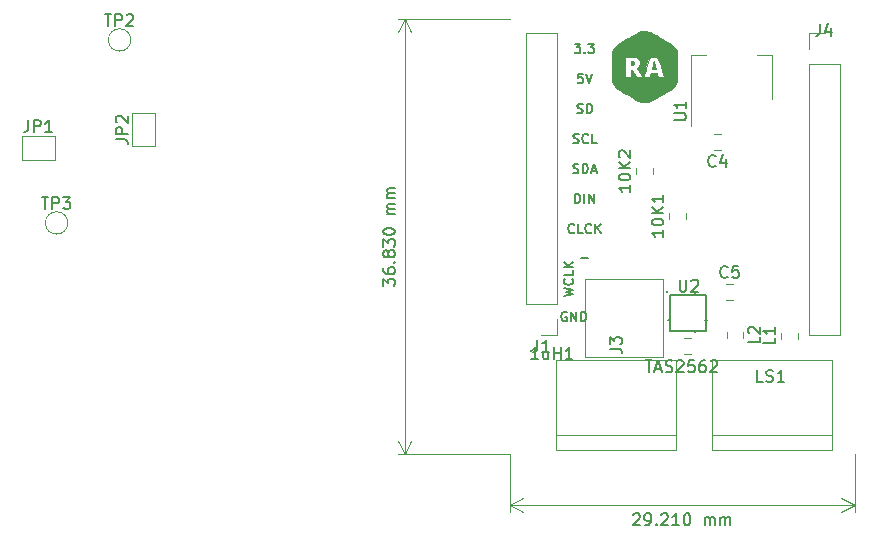
<source format=gbr>
G04 #@! TF.GenerationSoftware,KiCad,Pcbnew,5.1.1-8be2ce7~80~ubuntu18.10.1*
G04 #@! TF.CreationDate,2019-05-27T00:45:37+08:00*
G04 #@! TF.ProjectId,tas2562_dev_pcb,74617332-3536-4325-9f64-65765f706362,rev?*
G04 #@! TF.SameCoordinates,Original*
G04 #@! TF.FileFunction,Legend,Top*
G04 #@! TF.FilePolarity,Positive*
%FSLAX46Y46*%
G04 Gerber Fmt 4.6, Leading zero omitted, Abs format (unit mm)*
G04 Created by KiCad (PCBNEW 5.1.1-8be2ce7~80~ubuntu18.10.1) date 2019-05-27 00:45:37*
%MOMM*%
%LPD*%
G04 APERTURE LIST*
%ADD10C,0.200000*%
%ADD11C,0.150000*%
%ADD12C,0.120000*%
%ADD13C,0.010000*%
%ADD14C,0.152400*%
G04 APERTURE END LIST*
D10*
X152958761Y-97986857D02*
X152349238Y-97986857D01*
X151815904Y-79825904D02*
X152311142Y-79825904D01*
X152044476Y-80130666D01*
X152158761Y-80130666D01*
X152234952Y-80168761D01*
X152273047Y-80206857D01*
X152311142Y-80283047D01*
X152311142Y-80473523D01*
X152273047Y-80549714D01*
X152234952Y-80587809D01*
X152158761Y-80625904D01*
X151930190Y-80625904D01*
X151854000Y-80587809D01*
X151815904Y-80549714D01*
X152654000Y-80549714D02*
X152692095Y-80587809D01*
X152654000Y-80625904D01*
X152615904Y-80587809D01*
X152654000Y-80549714D01*
X152654000Y-80625904D01*
X152958761Y-79825904D02*
X153454000Y-79825904D01*
X153187333Y-80130666D01*
X153301619Y-80130666D01*
X153377809Y-80168761D01*
X153415904Y-80206857D01*
X153454000Y-80283047D01*
X153454000Y-80473523D01*
X153415904Y-80549714D01*
X153377809Y-80587809D01*
X153301619Y-80625904D01*
X153073047Y-80625904D01*
X152996857Y-80587809D01*
X152958761Y-80549714D01*
X152501619Y-82365904D02*
X152120666Y-82365904D01*
X152082571Y-82746857D01*
X152120666Y-82708761D01*
X152196857Y-82670666D01*
X152387333Y-82670666D01*
X152463523Y-82708761D01*
X152501619Y-82746857D01*
X152539714Y-82823047D01*
X152539714Y-83013523D01*
X152501619Y-83089714D01*
X152463523Y-83127809D01*
X152387333Y-83165904D01*
X152196857Y-83165904D01*
X152120666Y-83127809D01*
X152082571Y-83089714D01*
X152768285Y-82365904D02*
X153034952Y-83165904D01*
X153301619Y-82365904D01*
X152025428Y-85667809D02*
X152139714Y-85705904D01*
X152330190Y-85705904D01*
X152406380Y-85667809D01*
X152444476Y-85629714D01*
X152482571Y-85553523D01*
X152482571Y-85477333D01*
X152444476Y-85401142D01*
X152406380Y-85363047D01*
X152330190Y-85324952D01*
X152177809Y-85286857D01*
X152101619Y-85248761D01*
X152063523Y-85210666D01*
X152025428Y-85134476D01*
X152025428Y-85058285D01*
X152063523Y-84982095D01*
X152101619Y-84944000D01*
X152177809Y-84905904D01*
X152368285Y-84905904D01*
X152482571Y-84944000D01*
X152825428Y-85705904D02*
X152825428Y-84905904D01*
X153015904Y-84905904D01*
X153130190Y-84944000D01*
X153206380Y-85020190D01*
X153244476Y-85096380D01*
X153282571Y-85248761D01*
X153282571Y-85363047D01*
X153244476Y-85515428D01*
X153206380Y-85591619D01*
X153130190Y-85667809D01*
X153015904Y-85705904D01*
X152825428Y-85705904D01*
X151701619Y-88207809D02*
X151815904Y-88245904D01*
X152006380Y-88245904D01*
X152082571Y-88207809D01*
X152120666Y-88169714D01*
X152158761Y-88093523D01*
X152158761Y-88017333D01*
X152120666Y-87941142D01*
X152082571Y-87903047D01*
X152006380Y-87864952D01*
X151854000Y-87826857D01*
X151777809Y-87788761D01*
X151739714Y-87750666D01*
X151701619Y-87674476D01*
X151701619Y-87598285D01*
X151739714Y-87522095D01*
X151777809Y-87484000D01*
X151854000Y-87445904D01*
X152044476Y-87445904D01*
X152158761Y-87484000D01*
X152958761Y-88169714D02*
X152920666Y-88207809D01*
X152806380Y-88245904D01*
X152730190Y-88245904D01*
X152615904Y-88207809D01*
X152539714Y-88131619D01*
X152501619Y-88055428D01*
X152463523Y-87903047D01*
X152463523Y-87788761D01*
X152501619Y-87636380D01*
X152539714Y-87560190D01*
X152615904Y-87484000D01*
X152730190Y-87445904D01*
X152806380Y-87445904D01*
X152920666Y-87484000D01*
X152958761Y-87522095D01*
X153682571Y-88245904D02*
X153301619Y-88245904D01*
X153301619Y-87445904D01*
X151682571Y-90747809D02*
X151796857Y-90785904D01*
X151987333Y-90785904D01*
X152063523Y-90747809D01*
X152101619Y-90709714D01*
X152139714Y-90633523D01*
X152139714Y-90557333D01*
X152101619Y-90481142D01*
X152063523Y-90443047D01*
X151987333Y-90404952D01*
X151834952Y-90366857D01*
X151758761Y-90328761D01*
X151720666Y-90290666D01*
X151682571Y-90214476D01*
X151682571Y-90138285D01*
X151720666Y-90062095D01*
X151758761Y-90024000D01*
X151834952Y-89985904D01*
X152025428Y-89985904D01*
X152139714Y-90024000D01*
X152482571Y-90785904D02*
X152482571Y-89985904D01*
X152673047Y-89985904D01*
X152787333Y-90024000D01*
X152863523Y-90100190D01*
X152901619Y-90176380D01*
X152939714Y-90328761D01*
X152939714Y-90443047D01*
X152901619Y-90595428D01*
X152863523Y-90671619D01*
X152787333Y-90747809D01*
X152673047Y-90785904D01*
X152482571Y-90785904D01*
X153244476Y-90557333D02*
X153625428Y-90557333D01*
X153168285Y-90785904D02*
X153434952Y-89985904D01*
X153701619Y-90785904D01*
X151834952Y-93325904D02*
X151834952Y-92525904D01*
X152025428Y-92525904D01*
X152139714Y-92564000D01*
X152215904Y-92640190D01*
X152254000Y-92716380D01*
X152292095Y-92868761D01*
X152292095Y-92983047D01*
X152254000Y-93135428D01*
X152215904Y-93211619D01*
X152139714Y-93287809D01*
X152025428Y-93325904D01*
X151834952Y-93325904D01*
X152634952Y-93325904D02*
X152634952Y-92525904D01*
X153015904Y-93325904D02*
X153015904Y-92525904D01*
X153473047Y-93325904D01*
X153473047Y-92525904D01*
X151777809Y-95789714D02*
X151739714Y-95827809D01*
X151625428Y-95865904D01*
X151549238Y-95865904D01*
X151434952Y-95827809D01*
X151358761Y-95751619D01*
X151320666Y-95675428D01*
X151282571Y-95523047D01*
X151282571Y-95408761D01*
X151320666Y-95256380D01*
X151358761Y-95180190D01*
X151434952Y-95104000D01*
X151549238Y-95065904D01*
X151625428Y-95065904D01*
X151739714Y-95104000D01*
X151777809Y-95142095D01*
X152501619Y-95865904D02*
X152120666Y-95865904D01*
X152120666Y-95065904D01*
X153225428Y-95789714D02*
X153187333Y-95827809D01*
X153073047Y-95865904D01*
X152996857Y-95865904D01*
X152882571Y-95827809D01*
X152806380Y-95751619D01*
X152768285Y-95675428D01*
X152730190Y-95523047D01*
X152730190Y-95408761D01*
X152768285Y-95256380D01*
X152806380Y-95180190D01*
X152882571Y-95104000D01*
X152996857Y-95065904D01*
X153073047Y-95065904D01*
X153187333Y-95104000D01*
X153225428Y-95142095D01*
X153568285Y-95865904D02*
X153568285Y-95065904D01*
X154025428Y-95865904D02*
X153682571Y-95408761D01*
X154025428Y-95065904D02*
X153568285Y-95523047D01*
X150895104Y-101161666D02*
X151695104Y-100971190D01*
X151123676Y-100818809D01*
X151695104Y-100666428D01*
X150895104Y-100475952D01*
X151618914Y-99714047D02*
X151657009Y-99752142D01*
X151695104Y-99866428D01*
X151695104Y-99942619D01*
X151657009Y-100056904D01*
X151580819Y-100133095D01*
X151504628Y-100171190D01*
X151352247Y-100209285D01*
X151237961Y-100209285D01*
X151085580Y-100171190D01*
X151009390Y-100133095D01*
X150933200Y-100056904D01*
X150895104Y-99942619D01*
X150895104Y-99866428D01*
X150933200Y-99752142D01*
X150971295Y-99714047D01*
X151695104Y-98990238D02*
X151695104Y-99371190D01*
X150895104Y-99371190D01*
X151695104Y-98723571D02*
X150895104Y-98723571D01*
X151695104Y-98266428D02*
X151237961Y-98609285D01*
X150895104Y-98266428D02*
X151352247Y-98723571D01*
X151130076Y-102571600D02*
X151053885Y-102533504D01*
X150939600Y-102533504D01*
X150825314Y-102571600D01*
X150749123Y-102647790D01*
X150711028Y-102723980D01*
X150672933Y-102876361D01*
X150672933Y-102990647D01*
X150711028Y-103143028D01*
X150749123Y-103219219D01*
X150825314Y-103295409D01*
X150939600Y-103333504D01*
X151015790Y-103333504D01*
X151130076Y-103295409D01*
X151168171Y-103257314D01*
X151168171Y-102990647D01*
X151015790Y-102990647D01*
X151511028Y-103333504D02*
X151511028Y-102533504D01*
X151968171Y-103333504D01*
X151968171Y-102533504D01*
X152349123Y-103333504D02*
X152349123Y-102533504D01*
X152539600Y-102533504D01*
X152653885Y-102571600D01*
X152730076Y-102647790D01*
X152768171Y-102723980D01*
X152806266Y-102876361D01*
X152806266Y-102990647D01*
X152768171Y-103143028D01*
X152730076Y-103219219D01*
X152653885Y-103295409D01*
X152539600Y-103333504D01*
X152349123Y-103333504D01*
D11*
X156766142Y-119689619D02*
X156813761Y-119642000D01*
X156909000Y-119594380D01*
X157147095Y-119594380D01*
X157242333Y-119642000D01*
X157289952Y-119689619D01*
X157337571Y-119784857D01*
X157337571Y-119880095D01*
X157289952Y-120022952D01*
X156718523Y-120594380D01*
X157337571Y-120594380D01*
X157813761Y-120594380D02*
X158004238Y-120594380D01*
X158099476Y-120546761D01*
X158147095Y-120499142D01*
X158242333Y-120356285D01*
X158289952Y-120165809D01*
X158289952Y-119784857D01*
X158242333Y-119689619D01*
X158194714Y-119642000D01*
X158099476Y-119594380D01*
X157909000Y-119594380D01*
X157813761Y-119642000D01*
X157766142Y-119689619D01*
X157718523Y-119784857D01*
X157718523Y-120022952D01*
X157766142Y-120118190D01*
X157813761Y-120165809D01*
X157909000Y-120213428D01*
X158099476Y-120213428D01*
X158194714Y-120165809D01*
X158242333Y-120118190D01*
X158289952Y-120022952D01*
X158718523Y-120499142D02*
X158766142Y-120546761D01*
X158718523Y-120594380D01*
X158670904Y-120546761D01*
X158718523Y-120499142D01*
X158718523Y-120594380D01*
X159147095Y-119689619D02*
X159194714Y-119642000D01*
X159289952Y-119594380D01*
X159528047Y-119594380D01*
X159623285Y-119642000D01*
X159670904Y-119689619D01*
X159718523Y-119784857D01*
X159718523Y-119880095D01*
X159670904Y-120022952D01*
X159099476Y-120594380D01*
X159718523Y-120594380D01*
X160670904Y-120594380D02*
X160099476Y-120594380D01*
X160385190Y-120594380D02*
X160385190Y-119594380D01*
X160289952Y-119737238D01*
X160194714Y-119832476D01*
X160099476Y-119880095D01*
X161289952Y-119594380D02*
X161385190Y-119594380D01*
X161480428Y-119642000D01*
X161528047Y-119689619D01*
X161575666Y-119784857D01*
X161623285Y-119975333D01*
X161623285Y-120213428D01*
X161575666Y-120403904D01*
X161528047Y-120499142D01*
X161480428Y-120546761D01*
X161385190Y-120594380D01*
X161289952Y-120594380D01*
X161194714Y-120546761D01*
X161147095Y-120499142D01*
X161099476Y-120403904D01*
X161051857Y-120213428D01*
X161051857Y-119975333D01*
X161099476Y-119784857D01*
X161147095Y-119689619D01*
X161194714Y-119642000D01*
X161289952Y-119594380D01*
X162813761Y-120594380D02*
X162813761Y-119927714D01*
X162813761Y-120022952D02*
X162861380Y-119975333D01*
X162956619Y-119927714D01*
X163099476Y-119927714D01*
X163194714Y-119975333D01*
X163242333Y-120070571D01*
X163242333Y-120594380D01*
X163242333Y-120070571D02*
X163289952Y-119975333D01*
X163385190Y-119927714D01*
X163528047Y-119927714D01*
X163623285Y-119975333D01*
X163670904Y-120070571D01*
X163670904Y-120594380D01*
X164147095Y-120594380D02*
X164147095Y-119927714D01*
X164147095Y-120022952D02*
X164194714Y-119975333D01*
X164289952Y-119927714D01*
X164432809Y-119927714D01*
X164528047Y-119975333D01*
X164575666Y-120070571D01*
X164575666Y-120594380D01*
X164575666Y-120070571D02*
X164623285Y-119975333D01*
X164718523Y-119927714D01*
X164861380Y-119927714D01*
X164956619Y-119975333D01*
X165004238Y-120070571D01*
X165004238Y-120594380D01*
D12*
X175514000Y-118872000D02*
X146304000Y-118872000D01*
X175514000Y-114554000D02*
X175514000Y-119458421D01*
X146304000Y-114554000D02*
X146304000Y-119458421D01*
X146304000Y-118872000D02*
X147430504Y-118285579D01*
X146304000Y-118872000D02*
X147430504Y-119458421D01*
X175514000Y-118872000D02*
X174387496Y-118285579D01*
X175514000Y-118872000D02*
X174387496Y-119458421D01*
D11*
X135596380Y-100329476D02*
X135596380Y-99710428D01*
X135977333Y-100043761D01*
X135977333Y-99900904D01*
X136024952Y-99805666D01*
X136072571Y-99758047D01*
X136167809Y-99710428D01*
X136405904Y-99710428D01*
X136501142Y-99758047D01*
X136548761Y-99805666D01*
X136596380Y-99900904D01*
X136596380Y-100186619D01*
X136548761Y-100281857D01*
X136501142Y-100329476D01*
X135596380Y-98853285D02*
X135596380Y-99043761D01*
X135644000Y-99139000D01*
X135691619Y-99186619D01*
X135834476Y-99281857D01*
X136024952Y-99329476D01*
X136405904Y-99329476D01*
X136501142Y-99281857D01*
X136548761Y-99234238D01*
X136596380Y-99139000D01*
X136596380Y-98948523D01*
X136548761Y-98853285D01*
X136501142Y-98805666D01*
X136405904Y-98758047D01*
X136167809Y-98758047D01*
X136072571Y-98805666D01*
X136024952Y-98853285D01*
X135977333Y-98948523D01*
X135977333Y-99139000D01*
X136024952Y-99234238D01*
X136072571Y-99281857D01*
X136167809Y-99329476D01*
X136501142Y-98329476D02*
X136548761Y-98281857D01*
X136596380Y-98329476D01*
X136548761Y-98377095D01*
X136501142Y-98329476D01*
X136596380Y-98329476D01*
X136024952Y-97710428D02*
X135977333Y-97805666D01*
X135929714Y-97853285D01*
X135834476Y-97900904D01*
X135786857Y-97900904D01*
X135691619Y-97853285D01*
X135644000Y-97805666D01*
X135596380Y-97710428D01*
X135596380Y-97519952D01*
X135644000Y-97424714D01*
X135691619Y-97377095D01*
X135786857Y-97329476D01*
X135834476Y-97329476D01*
X135929714Y-97377095D01*
X135977333Y-97424714D01*
X136024952Y-97519952D01*
X136024952Y-97710428D01*
X136072571Y-97805666D01*
X136120190Y-97853285D01*
X136215428Y-97900904D01*
X136405904Y-97900904D01*
X136501142Y-97853285D01*
X136548761Y-97805666D01*
X136596380Y-97710428D01*
X136596380Y-97519952D01*
X136548761Y-97424714D01*
X136501142Y-97377095D01*
X136405904Y-97329476D01*
X136215428Y-97329476D01*
X136120190Y-97377095D01*
X136072571Y-97424714D01*
X136024952Y-97519952D01*
X135596380Y-96996142D02*
X135596380Y-96377095D01*
X135977333Y-96710428D01*
X135977333Y-96567571D01*
X136024952Y-96472333D01*
X136072571Y-96424714D01*
X136167809Y-96377095D01*
X136405904Y-96377095D01*
X136501142Y-96424714D01*
X136548761Y-96472333D01*
X136596380Y-96567571D01*
X136596380Y-96853285D01*
X136548761Y-96948523D01*
X136501142Y-96996142D01*
X135596380Y-95758047D02*
X135596380Y-95662809D01*
X135644000Y-95567571D01*
X135691619Y-95519952D01*
X135786857Y-95472333D01*
X135977333Y-95424714D01*
X136215428Y-95424714D01*
X136405904Y-95472333D01*
X136501142Y-95519952D01*
X136548761Y-95567571D01*
X136596380Y-95662809D01*
X136596380Y-95758047D01*
X136548761Y-95853285D01*
X136501142Y-95900904D01*
X136405904Y-95948523D01*
X136215428Y-95996142D01*
X135977333Y-95996142D01*
X135786857Y-95948523D01*
X135691619Y-95900904D01*
X135644000Y-95853285D01*
X135596380Y-95758047D01*
X136596380Y-94234238D02*
X135929714Y-94234238D01*
X136024952Y-94234238D02*
X135977333Y-94186619D01*
X135929714Y-94091380D01*
X135929714Y-93948523D01*
X135977333Y-93853285D01*
X136072571Y-93805666D01*
X136596380Y-93805666D01*
X136072571Y-93805666D02*
X135977333Y-93758047D01*
X135929714Y-93662809D01*
X135929714Y-93519952D01*
X135977333Y-93424714D01*
X136072571Y-93377095D01*
X136596380Y-93377095D01*
X136596380Y-92900904D02*
X135929714Y-92900904D01*
X136024952Y-92900904D02*
X135977333Y-92853285D01*
X135929714Y-92758047D01*
X135929714Y-92615190D01*
X135977333Y-92519952D01*
X136072571Y-92472333D01*
X136596380Y-92472333D01*
X136072571Y-92472333D02*
X135977333Y-92424714D01*
X135929714Y-92329476D01*
X135929714Y-92186619D01*
X135977333Y-92091380D01*
X136072571Y-92043761D01*
X136596380Y-92043761D01*
D12*
X137414000Y-114554000D02*
X137414000Y-77724000D01*
X146304000Y-114554000D02*
X136827579Y-114554000D01*
X146304000Y-77724000D02*
X136827579Y-77724000D01*
X137414000Y-77724000D02*
X138000421Y-78850504D01*
X137414000Y-77724000D02*
X136827579Y-78850504D01*
X137414000Y-114554000D02*
X138000421Y-113427496D01*
X137414000Y-114554000D02*
X136827579Y-113427496D01*
D13*
G36*
X157851885Y-78751429D02*
G01*
X157890105Y-78756679D01*
X158046471Y-78789066D01*
X158193491Y-78838328D01*
X158346327Y-78910088D01*
X158432500Y-78957795D01*
X158495559Y-78994211D01*
X158588051Y-79047686D01*
X158702781Y-79114058D01*
X158832553Y-79189163D01*
X158970171Y-79268837D01*
X159067500Y-79325203D01*
X159212286Y-79408899D01*
X159359807Y-79493883D01*
X159501496Y-79575239D01*
X159628783Y-79648053D01*
X159733101Y-79707409D01*
X159780440Y-79734147D01*
X159976481Y-79856229D01*
X160135618Y-79983243D01*
X160263265Y-80121219D01*
X160364838Y-80276191D01*
X160445751Y-80454192D01*
X160458805Y-80489894D01*
X160517417Y-80655584D01*
X160517417Y-81756250D01*
X160517392Y-82011981D01*
X160517049Y-82229365D01*
X160515987Y-82412387D01*
X160513803Y-82565032D01*
X160510097Y-82691288D01*
X160504467Y-82795138D01*
X160496511Y-82880570D01*
X160485827Y-82951568D01*
X160472013Y-83012119D01*
X160454668Y-83066208D01*
X160433391Y-83117821D01*
X160407780Y-83170943D01*
X160377432Y-83229561D01*
X160366922Y-83249620D01*
X160305968Y-83352521D01*
X160233108Y-83447776D01*
X160143689Y-83539261D01*
X160033065Y-83630854D01*
X159896583Y-83726431D01*
X159729596Y-83829871D01*
X159543750Y-83936020D01*
X159426531Y-84001761D01*
X159285502Y-84081914D01*
X159133242Y-84169268D01*
X158982333Y-84256608D01*
X158866417Y-84324336D01*
X158697244Y-84423367D01*
X158559262Y-84503167D01*
X158447424Y-84566396D01*
X158356685Y-84615715D01*
X158282002Y-84653783D01*
X158218330Y-84683261D01*
X158160623Y-84706809D01*
X158103837Y-84727086D01*
X158100465Y-84728218D01*
X157960917Y-84762479D01*
X157803482Y-84781114D01*
X157645960Y-84783085D01*
X157506151Y-84767352D01*
X157489776Y-84763855D01*
X157389868Y-84736176D01*
X157282703Y-84696124D01*
X157162009Y-84640755D01*
X157021510Y-84567123D01*
X156854932Y-84472282D01*
X156801212Y-84440605D01*
X156682500Y-84370734D01*
X156540770Y-84288210D01*
X156389927Y-84201077D01*
X156243880Y-84117382D01*
X156167667Y-84074048D01*
X155988834Y-83972540D01*
X155842727Y-83889060D01*
X155725097Y-83821022D01*
X155631698Y-83765835D01*
X155558281Y-83720913D01*
X155500599Y-83683666D01*
X155454405Y-83651507D01*
X155415449Y-83621845D01*
X155386375Y-83597950D01*
X155233561Y-83445450D01*
X155110291Y-83268897D01*
X155074633Y-83203481D01*
X155048278Y-83150755D01*
X155025943Y-83100964D01*
X155007295Y-83050207D01*
X154992003Y-82994581D01*
X154979734Y-82930186D01*
X154970157Y-82853118D01*
X154962940Y-82759477D01*
X154957750Y-82645359D01*
X154957481Y-82634667D01*
X156083000Y-82634667D01*
X156548667Y-82634667D01*
X156548667Y-82020834D01*
X156601846Y-82020834D01*
X156625585Y-82024585D01*
X156650090Y-82038744D01*
X156678547Y-82067667D01*
X156714139Y-82115710D01*
X156760051Y-82187229D01*
X156819470Y-82286582D01*
X156895579Y-82418125D01*
X156907472Y-82438875D01*
X157019595Y-82634667D01*
X157281547Y-82634667D01*
X157381242Y-82633734D01*
X157463476Y-82631187D01*
X157520193Y-82627407D01*
X157536598Y-82624121D01*
X157645879Y-82624121D01*
X157646002Y-82624280D01*
X157670041Y-82628354D01*
X157727659Y-82631678D01*
X157810103Y-82633899D01*
X157904110Y-82634667D01*
X158151831Y-82634667D01*
X158177773Y-82534125D01*
X158198162Y-82460536D01*
X158218779Y-82394292D01*
X158225425Y-82375375D01*
X158247136Y-82317167D01*
X158790415Y-82317167D01*
X158804147Y-82390363D01*
X158820972Y-82462021D01*
X158843447Y-82537945D01*
X158845436Y-82543821D01*
X158872994Y-82624084D01*
X159131519Y-82630047D01*
X159243403Y-82631718D01*
X159318465Y-82630327D01*
X159362137Y-82625413D01*
X159379852Y-82616512D01*
X159380215Y-82608880D01*
X159371672Y-82583484D01*
X159351362Y-82522240D01*
X159320726Y-82429521D01*
X159281206Y-82309698D01*
X159234243Y-82167145D01*
X159181281Y-82006232D01*
X159123759Y-81831333D01*
X159097235Y-81750642D01*
X158824083Y-80919535D01*
X158506583Y-80925142D01*
X158189083Y-80930750D01*
X158140250Y-81078917D01*
X158041552Y-81378656D01*
X157955595Y-81640317D01*
X157881717Y-81865973D01*
X157819255Y-82057701D01*
X157767543Y-82217575D01*
X157725919Y-82347672D01*
X157693719Y-82450066D01*
X157670278Y-82526832D01*
X157654934Y-82580047D01*
X157647022Y-82611785D01*
X157645879Y-82624121D01*
X157536598Y-82624121D01*
X157543338Y-82622771D01*
X157543500Y-82622337D01*
X157532253Y-82601766D01*
X157500896Y-82551637D01*
X157453004Y-82477479D01*
X157392155Y-82384819D01*
X157321923Y-82279187D01*
X157310667Y-82262366D01*
X157239372Y-82155479D01*
X157176901Y-82060985D01*
X157126823Y-81984352D01*
X157092706Y-81931045D01*
X157078117Y-81906531D01*
X157077833Y-81905659D01*
X157091708Y-81887467D01*
X157128429Y-81847544D01*
X157180646Y-81793826D01*
X157191994Y-81782433D01*
X157255194Y-81715089D01*
X157294348Y-81659461D01*
X157318315Y-81600632D01*
X157331078Y-81548219D01*
X157345220Y-81396989D01*
X157321048Y-81263623D01*
X157258486Y-81147811D01*
X157217240Y-81100793D01*
X157162370Y-81050289D01*
X157106767Y-81011003D01*
X157044039Y-80981369D01*
X156967793Y-80959823D01*
X156871637Y-80944801D01*
X156749179Y-80934737D01*
X156594027Y-80928068D01*
X156501042Y-80925488D01*
X156083000Y-80915224D01*
X156083000Y-82634667D01*
X154957481Y-82634667D01*
X154954256Y-82506864D01*
X154952125Y-82340089D01*
X154951026Y-82141133D01*
X154950626Y-81906092D01*
X154950583Y-81745667D01*
X154950616Y-81505509D01*
X154950823Y-81303728D01*
X154951362Y-81136369D01*
X154952393Y-80999476D01*
X154954077Y-80889094D01*
X154956574Y-80801265D01*
X154960042Y-80732036D01*
X154964643Y-80677450D01*
X154970535Y-80633551D01*
X154977879Y-80596383D01*
X154986834Y-80561991D01*
X154997561Y-80526419D01*
X155000187Y-80518000D01*
X155074604Y-80328563D01*
X155174287Y-80161399D01*
X155303391Y-80011766D01*
X155466068Y-79874918D01*
X155666473Y-79746113D01*
X155685418Y-79735362D01*
X155772811Y-79685884D01*
X155888194Y-79620069D01*
X156022958Y-79542854D01*
X156168494Y-79459176D01*
X156316194Y-79373975D01*
X156400500Y-79325203D01*
X156539329Y-79244807D01*
X156675357Y-79166062D01*
X156801390Y-79093130D01*
X156910231Y-79030174D01*
X156994685Y-78981358D01*
X157035500Y-78957795D01*
X157252095Y-78848768D01*
X157457870Y-78778616D01*
X157656556Y-78746463D01*
X157851885Y-78751429D01*
X157851885Y-78751429D01*
G37*
X157851885Y-78751429D02*
X157890105Y-78756679D01*
X158046471Y-78789066D01*
X158193491Y-78838328D01*
X158346327Y-78910088D01*
X158432500Y-78957795D01*
X158495559Y-78994211D01*
X158588051Y-79047686D01*
X158702781Y-79114058D01*
X158832553Y-79189163D01*
X158970171Y-79268837D01*
X159067500Y-79325203D01*
X159212286Y-79408899D01*
X159359807Y-79493883D01*
X159501496Y-79575239D01*
X159628783Y-79648053D01*
X159733101Y-79707409D01*
X159780440Y-79734147D01*
X159976481Y-79856229D01*
X160135618Y-79983243D01*
X160263265Y-80121219D01*
X160364838Y-80276191D01*
X160445751Y-80454192D01*
X160458805Y-80489894D01*
X160517417Y-80655584D01*
X160517417Y-81756250D01*
X160517392Y-82011981D01*
X160517049Y-82229365D01*
X160515987Y-82412387D01*
X160513803Y-82565032D01*
X160510097Y-82691288D01*
X160504467Y-82795138D01*
X160496511Y-82880570D01*
X160485827Y-82951568D01*
X160472013Y-83012119D01*
X160454668Y-83066208D01*
X160433391Y-83117821D01*
X160407780Y-83170943D01*
X160377432Y-83229561D01*
X160366922Y-83249620D01*
X160305968Y-83352521D01*
X160233108Y-83447776D01*
X160143689Y-83539261D01*
X160033065Y-83630854D01*
X159896583Y-83726431D01*
X159729596Y-83829871D01*
X159543750Y-83936020D01*
X159426531Y-84001761D01*
X159285502Y-84081914D01*
X159133242Y-84169268D01*
X158982333Y-84256608D01*
X158866417Y-84324336D01*
X158697244Y-84423367D01*
X158559262Y-84503167D01*
X158447424Y-84566396D01*
X158356685Y-84615715D01*
X158282002Y-84653783D01*
X158218330Y-84683261D01*
X158160623Y-84706809D01*
X158103837Y-84727086D01*
X158100465Y-84728218D01*
X157960917Y-84762479D01*
X157803482Y-84781114D01*
X157645960Y-84783085D01*
X157506151Y-84767352D01*
X157489776Y-84763855D01*
X157389868Y-84736176D01*
X157282703Y-84696124D01*
X157162009Y-84640755D01*
X157021510Y-84567123D01*
X156854932Y-84472282D01*
X156801212Y-84440605D01*
X156682500Y-84370734D01*
X156540770Y-84288210D01*
X156389927Y-84201077D01*
X156243880Y-84117382D01*
X156167667Y-84074048D01*
X155988834Y-83972540D01*
X155842727Y-83889060D01*
X155725097Y-83821022D01*
X155631698Y-83765835D01*
X155558281Y-83720913D01*
X155500599Y-83683666D01*
X155454405Y-83651507D01*
X155415449Y-83621845D01*
X155386375Y-83597950D01*
X155233561Y-83445450D01*
X155110291Y-83268897D01*
X155074633Y-83203481D01*
X155048278Y-83150755D01*
X155025943Y-83100964D01*
X155007295Y-83050207D01*
X154992003Y-82994581D01*
X154979734Y-82930186D01*
X154970157Y-82853118D01*
X154962940Y-82759477D01*
X154957750Y-82645359D01*
X154957481Y-82634667D01*
X156083000Y-82634667D01*
X156548667Y-82634667D01*
X156548667Y-82020834D01*
X156601846Y-82020834D01*
X156625585Y-82024585D01*
X156650090Y-82038744D01*
X156678547Y-82067667D01*
X156714139Y-82115710D01*
X156760051Y-82187229D01*
X156819470Y-82286582D01*
X156895579Y-82418125D01*
X156907472Y-82438875D01*
X157019595Y-82634667D01*
X157281547Y-82634667D01*
X157381242Y-82633734D01*
X157463476Y-82631187D01*
X157520193Y-82627407D01*
X157536598Y-82624121D01*
X157645879Y-82624121D01*
X157646002Y-82624280D01*
X157670041Y-82628354D01*
X157727659Y-82631678D01*
X157810103Y-82633899D01*
X157904110Y-82634667D01*
X158151831Y-82634667D01*
X158177773Y-82534125D01*
X158198162Y-82460536D01*
X158218779Y-82394292D01*
X158225425Y-82375375D01*
X158247136Y-82317167D01*
X158790415Y-82317167D01*
X158804147Y-82390363D01*
X158820972Y-82462021D01*
X158843447Y-82537945D01*
X158845436Y-82543821D01*
X158872994Y-82624084D01*
X159131519Y-82630047D01*
X159243403Y-82631718D01*
X159318465Y-82630327D01*
X159362137Y-82625413D01*
X159379852Y-82616512D01*
X159380215Y-82608880D01*
X159371672Y-82583484D01*
X159351362Y-82522240D01*
X159320726Y-82429521D01*
X159281206Y-82309698D01*
X159234243Y-82167145D01*
X159181281Y-82006232D01*
X159123759Y-81831333D01*
X159097235Y-81750642D01*
X158824083Y-80919535D01*
X158506583Y-80925142D01*
X158189083Y-80930750D01*
X158140250Y-81078917D01*
X158041552Y-81378656D01*
X157955595Y-81640317D01*
X157881717Y-81865973D01*
X157819255Y-82057701D01*
X157767543Y-82217575D01*
X157725919Y-82347672D01*
X157693719Y-82450066D01*
X157670278Y-82526832D01*
X157654934Y-82580047D01*
X157647022Y-82611785D01*
X157645879Y-82624121D01*
X157536598Y-82624121D01*
X157543338Y-82622771D01*
X157543500Y-82622337D01*
X157532253Y-82601766D01*
X157500896Y-82551637D01*
X157453004Y-82477479D01*
X157392155Y-82384819D01*
X157321923Y-82279187D01*
X157310667Y-82262366D01*
X157239372Y-82155479D01*
X157176901Y-82060985D01*
X157126823Y-81984352D01*
X157092706Y-81931045D01*
X157078117Y-81906531D01*
X157077833Y-81905659D01*
X157091708Y-81887467D01*
X157128429Y-81847544D01*
X157180646Y-81793826D01*
X157191994Y-81782433D01*
X157255194Y-81715089D01*
X157294348Y-81659461D01*
X157318315Y-81600632D01*
X157331078Y-81548219D01*
X157345220Y-81396989D01*
X157321048Y-81263623D01*
X157258486Y-81147811D01*
X157217240Y-81100793D01*
X157162370Y-81050289D01*
X157106767Y-81011003D01*
X157044039Y-80981369D01*
X156967793Y-80959823D01*
X156871637Y-80944801D01*
X156749179Y-80934737D01*
X156594027Y-80928068D01*
X156501042Y-80925488D01*
X156083000Y-80915224D01*
X156083000Y-82634667D01*
X154957481Y-82634667D01*
X154954256Y-82506864D01*
X154952125Y-82340089D01*
X154951026Y-82141133D01*
X154950626Y-81906092D01*
X154950583Y-81745667D01*
X154950616Y-81505509D01*
X154950823Y-81303728D01*
X154951362Y-81136369D01*
X154952393Y-80999476D01*
X154954077Y-80889094D01*
X154956574Y-80801265D01*
X154960042Y-80732036D01*
X154964643Y-80677450D01*
X154970535Y-80633551D01*
X154977879Y-80596383D01*
X154986834Y-80561991D01*
X154997561Y-80526419D01*
X155000187Y-80518000D01*
X155074604Y-80328563D01*
X155174287Y-80161399D01*
X155303391Y-80011766D01*
X155466068Y-79874918D01*
X155666473Y-79746113D01*
X155685418Y-79735362D01*
X155772811Y-79685884D01*
X155888194Y-79620069D01*
X156022958Y-79542854D01*
X156168494Y-79459176D01*
X156316194Y-79373975D01*
X156400500Y-79325203D01*
X156539329Y-79244807D01*
X156675357Y-79166062D01*
X156801390Y-79093130D01*
X156910231Y-79030174D01*
X156994685Y-78981358D01*
X157035500Y-78957795D01*
X157252095Y-78848768D01*
X157457870Y-78778616D01*
X157656556Y-78746463D01*
X157851885Y-78751429D01*
G36*
X156678033Y-81288424D02*
G01*
X156747209Y-81305655D01*
X156804707Y-81329937D01*
X156825359Y-81345026D01*
X156857103Y-81402948D01*
X156865052Y-81477756D01*
X156847472Y-81550205D01*
X156844372Y-81556339D01*
X156797256Y-81606093D01*
X156723563Y-81643276D01*
X156638726Y-81660565D01*
X156623801Y-81661000D01*
X156548667Y-81661000D01*
X156548667Y-81482333D01*
X156551262Y-81393135D01*
X156558353Y-81326751D01*
X156568900Y-81292025D01*
X156571336Y-81289655D01*
X156613851Y-81281880D01*
X156678033Y-81288424D01*
X156678033Y-81288424D01*
G37*
X156678033Y-81288424D02*
X156747209Y-81305655D01*
X156804707Y-81329937D01*
X156825359Y-81345026D01*
X156857103Y-81402948D01*
X156865052Y-81477756D01*
X156847472Y-81550205D01*
X156844372Y-81556339D01*
X156797256Y-81606093D01*
X156723563Y-81643276D01*
X156638726Y-81660565D01*
X156623801Y-81661000D01*
X156548667Y-81661000D01*
X156548667Y-81482333D01*
X156551262Y-81393135D01*
X156558353Y-81326751D01*
X156568900Y-81292025D01*
X156571336Y-81289655D01*
X156613851Y-81281880D01*
X156678033Y-81288424D01*
G36*
X158523403Y-81314951D02*
G01*
X158540471Y-81371456D01*
X158562196Y-81450890D01*
X158586433Y-81544548D01*
X158611035Y-81643726D01*
X158633859Y-81739716D01*
X158652759Y-81823815D01*
X158665589Y-81887316D01*
X158670205Y-81921514D01*
X158669568Y-81924876D01*
X158642071Y-81932107D01*
X158586942Y-81935688D01*
X158517758Y-81935917D01*
X158448098Y-81933092D01*
X158391539Y-81927512D01*
X158361659Y-81919474D01*
X158360322Y-81918084D01*
X158361129Y-81893170D01*
X158370611Y-81837631D01*
X158386729Y-81759837D01*
X158407447Y-81668158D01*
X158430729Y-81570966D01*
X158454536Y-81476631D01*
X158476833Y-81393524D01*
X158495583Y-81330016D01*
X158508747Y-81294478D01*
X158513138Y-81290082D01*
X158523403Y-81314951D01*
X158523403Y-81314951D01*
G37*
X158523403Y-81314951D02*
X158540471Y-81371456D01*
X158562196Y-81450890D01*
X158586433Y-81544548D01*
X158611035Y-81643726D01*
X158633859Y-81739716D01*
X158652759Y-81823815D01*
X158665589Y-81887316D01*
X158670205Y-81921514D01*
X158669568Y-81924876D01*
X158642071Y-81932107D01*
X158586942Y-81935688D01*
X158517758Y-81935917D01*
X158448098Y-81933092D01*
X158391539Y-81927512D01*
X158361659Y-81919474D01*
X158360322Y-81918084D01*
X158361129Y-81893170D01*
X158370611Y-81837631D01*
X158386729Y-81759837D01*
X158407447Y-81668158D01*
X158430729Y-81570966D01*
X158454536Y-81476631D01*
X158476833Y-81393524D01*
X158495583Y-81330016D01*
X158508747Y-81294478D01*
X158513138Y-81290082D01*
X158523403Y-81314951D01*
D14*
X159873000Y-101073000D02*
X159873000Y-104127000D01*
X162927000Y-101073000D02*
X159873000Y-101073000D01*
X162927000Y-104127000D02*
X162927000Y-101073000D01*
X159873000Y-104127000D02*
X162927000Y-104127000D01*
X161999948Y-104085140D02*
X161999948Y-104254000D01*
X161999948Y-101114860D02*
X161999948Y-100946000D01*
X162885140Y-103199948D02*
X163054000Y-103199948D01*
X159914860Y-103199948D02*
X159746000Y-103199948D01*
D12*
X159704057Y-100850000D02*
G75*
G03X159704057Y-100850000I-79057J0D01*
G01*
X150326400Y-104454000D02*
X148996400Y-104454000D01*
X150326400Y-103124000D02*
X150326400Y-104454000D01*
X150326400Y-101854000D02*
X147666400Y-101854000D01*
X147666400Y-101854000D02*
X147666400Y-78934000D01*
X150326400Y-101854000D02*
X150326400Y-78934000D01*
X150326400Y-78934000D02*
X147666400Y-78934000D01*
X171644000Y-78934000D02*
X172974000Y-78934000D01*
X171644000Y-80264000D02*
X171644000Y-78934000D01*
X171644000Y-81534000D02*
X174304000Y-81534000D01*
X174304000Y-81534000D02*
X174304000Y-104454000D01*
X171644000Y-81534000D02*
X171644000Y-104454000D01*
X171644000Y-104454000D02*
X174304000Y-104454000D01*
X161238000Y-94668078D02*
X161238000Y-94150922D01*
X159818000Y-94668078D02*
X159818000Y-94150922D01*
X157024000Y-90858078D02*
X157024000Y-90340922D01*
X158444000Y-90858078D02*
X158444000Y-90340922D01*
X164167078Y-88848000D02*
X163649922Y-88848000D01*
X164167078Y-87428000D02*
X163649922Y-87428000D01*
X164665922Y-101548000D02*
X165183078Y-101548000D01*
X164665922Y-100128000D02*
X165183078Y-100128000D01*
X161627078Y-104700000D02*
X161109922Y-104700000D01*
X161627078Y-106120000D02*
X161109922Y-106120000D01*
X160420000Y-112940000D02*
X150260000Y-112940000D01*
X160420000Y-114210000D02*
X160420000Y-106590000D01*
X160420000Y-106590000D02*
X150260000Y-106590000D01*
X150260000Y-106590000D02*
X150260000Y-114210000D01*
X150260000Y-114210000D02*
X160420000Y-114210000D01*
X169290000Y-104796078D02*
X169290000Y-104278922D01*
X170710000Y-104796078D02*
X170710000Y-104278922D01*
X164690000Y-104203922D02*
X164690000Y-104721078D01*
X166110000Y-104203922D02*
X166110000Y-104721078D01*
X163460000Y-114210000D02*
X173620000Y-114210000D01*
X163460000Y-106590000D02*
X163460000Y-114210000D01*
X173620000Y-106590000D02*
X163460000Y-106590000D01*
X173620000Y-114210000D02*
X173620000Y-106590000D01*
X173620000Y-112940000D02*
X163460000Y-112940000D01*
X114234000Y-79502000D02*
G75*
G03X114234000Y-79502000I-950000J0D01*
G01*
X108900000Y-94996000D02*
G75*
G03X108900000Y-94996000I-950000J0D01*
G01*
X168510000Y-80742000D02*
X167250000Y-80742000D01*
X161690000Y-80742000D02*
X162950000Y-80742000D01*
X168510000Y-84502000D02*
X168510000Y-80742000D01*
X161690000Y-86752000D02*
X161690000Y-80742000D01*
X152656000Y-99770000D02*
X159256000Y-99770000D01*
X159256000Y-99770000D02*
X159256000Y-106170000D01*
X152656000Y-99770000D02*
X152656000Y-106170000D01*
X159256000Y-106170000D02*
X159256000Y-106370000D01*
X159256000Y-106370000D02*
X152656000Y-106370000D01*
X152656000Y-106370000D02*
X152656000Y-106170000D01*
X104989000Y-87646000D02*
X107789000Y-87646000D01*
X107789000Y-87646000D02*
X107789000Y-89646000D01*
X107789000Y-89646000D02*
X104989000Y-89646000D01*
X104989000Y-89646000D02*
X104989000Y-87646000D01*
X116316000Y-88485000D02*
X114316000Y-88485000D01*
X116316000Y-85685000D02*
X116316000Y-88485000D01*
X114316000Y-85685000D02*
X116316000Y-85685000D01*
X114316000Y-88485000D02*
X114316000Y-85685000D01*
D11*
X160705895Y-99807780D02*
X160705895Y-100617304D01*
X160753514Y-100712542D01*
X160801133Y-100760161D01*
X160896371Y-100807780D01*
X161086847Y-100807780D01*
X161182085Y-100760161D01*
X161229704Y-100712542D01*
X161277323Y-100617304D01*
X161277323Y-99807780D01*
X161705895Y-99903019D02*
X161753514Y-99855400D01*
X161848752Y-99807780D01*
X162086847Y-99807780D01*
X162182085Y-99855400D01*
X162229704Y-99903019D01*
X162277323Y-99998257D01*
X162277323Y-100093495D01*
X162229704Y-100236352D01*
X161658276Y-100807780D01*
X162277323Y-100807780D01*
X157796761Y-106624380D02*
X158368190Y-106624380D01*
X158082476Y-107624380D02*
X158082476Y-106624380D01*
X158653904Y-107338666D02*
X159130095Y-107338666D01*
X158558666Y-107624380D02*
X158892000Y-106624380D01*
X159225333Y-107624380D01*
X159511047Y-107576761D02*
X159653904Y-107624380D01*
X159892000Y-107624380D01*
X159987238Y-107576761D01*
X160034857Y-107529142D01*
X160082476Y-107433904D01*
X160082476Y-107338666D01*
X160034857Y-107243428D01*
X159987238Y-107195809D01*
X159892000Y-107148190D01*
X159701523Y-107100571D01*
X159606285Y-107052952D01*
X159558666Y-107005333D01*
X159511047Y-106910095D01*
X159511047Y-106814857D01*
X159558666Y-106719619D01*
X159606285Y-106672000D01*
X159701523Y-106624380D01*
X159939619Y-106624380D01*
X160082476Y-106672000D01*
X160463428Y-106719619D02*
X160511047Y-106672000D01*
X160606285Y-106624380D01*
X160844380Y-106624380D01*
X160939619Y-106672000D01*
X160987238Y-106719619D01*
X161034857Y-106814857D01*
X161034857Y-106910095D01*
X160987238Y-107052952D01*
X160415809Y-107624380D01*
X161034857Y-107624380D01*
X161939619Y-106624380D02*
X161463428Y-106624380D01*
X161415809Y-107100571D01*
X161463428Y-107052952D01*
X161558666Y-107005333D01*
X161796761Y-107005333D01*
X161892000Y-107052952D01*
X161939619Y-107100571D01*
X161987238Y-107195809D01*
X161987238Y-107433904D01*
X161939619Y-107529142D01*
X161892000Y-107576761D01*
X161796761Y-107624380D01*
X161558666Y-107624380D01*
X161463428Y-107576761D01*
X161415809Y-107529142D01*
X162844380Y-106624380D02*
X162653904Y-106624380D01*
X162558666Y-106672000D01*
X162511047Y-106719619D01*
X162415809Y-106862476D01*
X162368190Y-107052952D01*
X162368190Y-107433904D01*
X162415809Y-107529142D01*
X162463428Y-107576761D01*
X162558666Y-107624380D01*
X162749142Y-107624380D01*
X162844380Y-107576761D01*
X162892000Y-107529142D01*
X162939619Y-107433904D01*
X162939619Y-107195809D01*
X162892000Y-107100571D01*
X162844380Y-107052952D01*
X162749142Y-107005333D01*
X162558666Y-107005333D01*
X162463428Y-107052952D01*
X162415809Y-107100571D01*
X162368190Y-107195809D01*
X163320571Y-106719619D02*
X163368190Y-106672000D01*
X163463428Y-106624380D01*
X163701523Y-106624380D01*
X163796761Y-106672000D01*
X163844380Y-106719619D01*
X163892000Y-106814857D01*
X163892000Y-106910095D01*
X163844380Y-107052952D01*
X163272952Y-107624380D01*
X163892000Y-107624380D01*
X148663066Y-104906380D02*
X148663066Y-105620666D01*
X148615447Y-105763523D01*
X148520209Y-105858761D01*
X148377352Y-105906380D01*
X148282114Y-105906380D01*
X149663066Y-105906380D02*
X149091638Y-105906380D01*
X149377352Y-105906380D02*
X149377352Y-104906380D01*
X149282114Y-105049238D01*
X149186876Y-105144476D01*
X149091638Y-105192095D01*
X172589866Y-78141580D02*
X172589866Y-78855866D01*
X172542247Y-78998723D01*
X172447009Y-79093961D01*
X172304152Y-79141580D01*
X172208914Y-79141580D01*
X173494628Y-78474914D02*
X173494628Y-79141580D01*
X173256533Y-78093961D02*
X173018438Y-78808247D01*
X173637485Y-78808247D01*
X159330380Y-95576166D02*
X159330380Y-96147595D01*
X159330380Y-95861880D02*
X158330380Y-95861880D01*
X158473238Y-95957119D01*
X158568476Y-96052357D01*
X158616095Y-96147595D01*
X158330380Y-94957119D02*
X158330380Y-94861880D01*
X158378000Y-94766642D01*
X158425619Y-94719023D01*
X158520857Y-94671404D01*
X158711333Y-94623785D01*
X158949428Y-94623785D01*
X159139904Y-94671404D01*
X159235142Y-94719023D01*
X159282761Y-94766642D01*
X159330380Y-94861880D01*
X159330380Y-94957119D01*
X159282761Y-95052357D01*
X159235142Y-95099976D01*
X159139904Y-95147595D01*
X158949428Y-95195214D01*
X158711333Y-95195214D01*
X158520857Y-95147595D01*
X158425619Y-95099976D01*
X158378000Y-95052357D01*
X158330380Y-94957119D01*
X159330380Y-94195214D02*
X158330380Y-94195214D01*
X159330380Y-93623785D02*
X158758952Y-94052357D01*
X158330380Y-93623785D02*
X158901809Y-94195214D01*
X159330380Y-92671404D02*
X159330380Y-93242833D01*
X159330380Y-92957119D02*
X158330380Y-92957119D01*
X158473238Y-93052357D01*
X158568476Y-93147595D01*
X158616095Y-93242833D01*
X156536380Y-91766166D02*
X156536380Y-92337595D01*
X156536380Y-92051880D02*
X155536380Y-92051880D01*
X155679238Y-92147119D01*
X155774476Y-92242357D01*
X155822095Y-92337595D01*
X155536380Y-91147119D02*
X155536380Y-91051880D01*
X155584000Y-90956642D01*
X155631619Y-90909023D01*
X155726857Y-90861404D01*
X155917333Y-90813785D01*
X156155428Y-90813785D01*
X156345904Y-90861404D01*
X156441142Y-90909023D01*
X156488761Y-90956642D01*
X156536380Y-91051880D01*
X156536380Y-91147119D01*
X156488761Y-91242357D01*
X156441142Y-91289976D01*
X156345904Y-91337595D01*
X156155428Y-91385214D01*
X155917333Y-91385214D01*
X155726857Y-91337595D01*
X155631619Y-91289976D01*
X155584000Y-91242357D01*
X155536380Y-91147119D01*
X156536380Y-90385214D02*
X155536380Y-90385214D01*
X156536380Y-89813785D02*
X155964952Y-90242357D01*
X155536380Y-89813785D02*
X156107809Y-90385214D01*
X155631619Y-89432833D02*
X155584000Y-89385214D01*
X155536380Y-89289976D01*
X155536380Y-89051880D01*
X155584000Y-88956642D01*
X155631619Y-88909023D01*
X155726857Y-88861404D01*
X155822095Y-88861404D01*
X155964952Y-88909023D01*
X156536380Y-89480452D01*
X156536380Y-88861404D01*
X163741833Y-90145142D02*
X163694214Y-90192761D01*
X163551357Y-90240380D01*
X163456119Y-90240380D01*
X163313261Y-90192761D01*
X163218023Y-90097523D01*
X163170404Y-90002285D01*
X163122785Y-89811809D01*
X163122785Y-89668952D01*
X163170404Y-89478476D01*
X163218023Y-89383238D01*
X163313261Y-89288000D01*
X163456119Y-89240380D01*
X163551357Y-89240380D01*
X163694214Y-89288000D01*
X163741833Y-89335619D01*
X164598976Y-89573714D02*
X164598976Y-90240380D01*
X164360880Y-89192761D02*
X164122785Y-89907047D01*
X164741833Y-89907047D01*
X164757833Y-99545142D02*
X164710214Y-99592761D01*
X164567357Y-99640380D01*
X164472119Y-99640380D01*
X164329261Y-99592761D01*
X164234023Y-99497523D01*
X164186404Y-99402285D01*
X164138785Y-99211809D01*
X164138785Y-99068952D01*
X164186404Y-98878476D01*
X164234023Y-98783238D01*
X164329261Y-98688000D01*
X164472119Y-98640380D01*
X164567357Y-98640380D01*
X164710214Y-98688000D01*
X164757833Y-98735619D01*
X165662595Y-98640380D02*
X165186404Y-98640380D01*
X165138785Y-99116571D01*
X165186404Y-99068952D01*
X165281642Y-99021333D01*
X165519738Y-99021333D01*
X165614976Y-99068952D01*
X165662595Y-99116571D01*
X165710214Y-99211809D01*
X165710214Y-99449904D01*
X165662595Y-99545142D01*
X165614976Y-99592761D01*
X165519738Y-99640380D01*
X165281642Y-99640380D01*
X165186404Y-99592761D01*
X165138785Y-99545142D01*
X154792380Y-105653333D02*
X155506666Y-105653333D01*
X155649523Y-105700952D01*
X155744761Y-105796190D01*
X155792380Y-105939047D01*
X155792380Y-106034285D01*
X154792380Y-105272380D02*
X154792380Y-104653333D01*
X155173333Y-104986666D01*
X155173333Y-104843809D01*
X155220952Y-104748571D01*
X155268571Y-104700952D01*
X155363809Y-104653333D01*
X155601904Y-104653333D01*
X155697142Y-104700952D01*
X155744761Y-104748571D01*
X155792380Y-104843809D01*
X155792380Y-105129523D01*
X155744761Y-105224761D01*
X155697142Y-105272380D01*
X168802380Y-104704166D02*
X168802380Y-105180357D01*
X167802380Y-105180357D01*
X168802380Y-103847023D02*
X168802380Y-104418452D01*
X168802380Y-104132738D02*
X167802380Y-104132738D01*
X167945238Y-104227976D01*
X168040476Y-104323214D01*
X168088095Y-104418452D01*
X167502380Y-104629166D02*
X167502380Y-105105357D01*
X166502380Y-105105357D01*
X166597619Y-104343452D02*
X166550000Y-104295833D01*
X166502380Y-104200595D01*
X166502380Y-103962500D01*
X166550000Y-103867261D01*
X166597619Y-103819642D01*
X166692857Y-103772023D01*
X166788095Y-103772023D01*
X166930952Y-103819642D01*
X167502380Y-104391071D01*
X167502380Y-103772023D01*
X167757142Y-108452380D02*
X167280952Y-108452380D01*
X167280952Y-107452380D01*
X168042857Y-108404761D02*
X168185714Y-108452380D01*
X168423809Y-108452380D01*
X168519047Y-108404761D01*
X168566666Y-108357142D01*
X168614285Y-108261904D01*
X168614285Y-108166666D01*
X168566666Y-108071428D01*
X168519047Y-108023809D01*
X168423809Y-107976190D01*
X168233333Y-107928571D01*
X168138095Y-107880952D01*
X168090476Y-107833333D01*
X168042857Y-107738095D01*
X168042857Y-107642857D01*
X168090476Y-107547619D01*
X168138095Y-107500000D01*
X168233333Y-107452380D01*
X168471428Y-107452380D01*
X168614285Y-107500000D01*
X169566666Y-108452380D02*
X168995238Y-108452380D01*
X169280952Y-108452380D02*
X169280952Y-107452380D01*
X169185714Y-107595238D01*
X169090476Y-107690476D01*
X168995238Y-107738095D01*
X112022095Y-77306380D02*
X112593523Y-77306380D01*
X112307809Y-78306380D02*
X112307809Y-77306380D01*
X112926857Y-78306380D02*
X112926857Y-77306380D01*
X113307809Y-77306380D01*
X113403047Y-77354000D01*
X113450666Y-77401619D01*
X113498285Y-77496857D01*
X113498285Y-77639714D01*
X113450666Y-77734952D01*
X113403047Y-77782571D01*
X113307809Y-77830190D01*
X112926857Y-77830190D01*
X113879238Y-77401619D02*
X113926857Y-77354000D01*
X114022095Y-77306380D01*
X114260190Y-77306380D01*
X114355428Y-77354000D01*
X114403047Y-77401619D01*
X114450666Y-77496857D01*
X114450666Y-77592095D01*
X114403047Y-77734952D01*
X113831619Y-78306380D01*
X114450666Y-78306380D01*
X106688095Y-92800380D02*
X107259523Y-92800380D01*
X106973809Y-93800380D02*
X106973809Y-92800380D01*
X107592857Y-93800380D02*
X107592857Y-92800380D01*
X107973809Y-92800380D01*
X108069047Y-92848000D01*
X108116666Y-92895619D01*
X108164285Y-92990857D01*
X108164285Y-93133714D01*
X108116666Y-93228952D01*
X108069047Y-93276571D01*
X107973809Y-93324190D01*
X107592857Y-93324190D01*
X108497619Y-92800380D02*
X109116666Y-92800380D01*
X108783333Y-93181333D01*
X108926190Y-93181333D01*
X109021428Y-93228952D01*
X109069047Y-93276571D01*
X109116666Y-93371809D01*
X109116666Y-93609904D01*
X109069047Y-93705142D01*
X109021428Y-93752761D01*
X108926190Y-93800380D01*
X108640476Y-93800380D01*
X108545238Y-93752761D01*
X108497619Y-93705142D01*
X160234380Y-86296404D02*
X161043904Y-86296404D01*
X161139142Y-86248785D01*
X161186761Y-86201166D01*
X161234380Y-86105928D01*
X161234380Y-85915452D01*
X161186761Y-85820214D01*
X161139142Y-85772595D01*
X161043904Y-85724976D01*
X160234380Y-85724976D01*
X161234380Y-84724976D02*
X161234380Y-85296404D01*
X161234380Y-85010690D02*
X160234380Y-85010690D01*
X160377238Y-85105928D01*
X160472476Y-85201166D01*
X160520095Y-85296404D01*
X148714333Y-106522380D02*
X148142904Y-106522380D01*
X148428619Y-106522380D02*
X148428619Y-105522380D01*
X148333380Y-105665238D01*
X148238142Y-105760476D01*
X148142904Y-105808095D01*
X149571476Y-105855714D02*
X149571476Y-106522380D01*
X149142904Y-105855714D02*
X149142904Y-106379523D01*
X149190523Y-106474761D01*
X149285761Y-106522380D01*
X149428619Y-106522380D01*
X149523857Y-106474761D01*
X149571476Y-106427142D01*
X150047666Y-106522380D02*
X150047666Y-105522380D01*
X150047666Y-105998571D02*
X150619095Y-105998571D01*
X150619095Y-106522380D02*
X150619095Y-105522380D01*
X151619095Y-106522380D02*
X151047666Y-106522380D01*
X151333380Y-106522380D02*
X151333380Y-105522380D01*
X151238142Y-105665238D01*
X151142904Y-105760476D01*
X151047666Y-105808095D01*
X105555666Y-86298380D02*
X105555666Y-87012666D01*
X105508047Y-87155523D01*
X105412809Y-87250761D01*
X105269952Y-87298380D01*
X105174714Y-87298380D01*
X106031857Y-87298380D02*
X106031857Y-86298380D01*
X106412809Y-86298380D01*
X106508047Y-86346000D01*
X106555666Y-86393619D01*
X106603285Y-86488857D01*
X106603285Y-86631714D01*
X106555666Y-86726952D01*
X106508047Y-86774571D01*
X106412809Y-86822190D01*
X106031857Y-86822190D01*
X107555666Y-87298380D02*
X106984238Y-87298380D01*
X107269952Y-87298380D02*
X107269952Y-86298380D01*
X107174714Y-86441238D01*
X107079476Y-86536476D01*
X106984238Y-86584095D01*
X112968380Y-87918333D02*
X113682666Y-87918333D01*
X113825523Y-87965952D01*
X113920761Y-88061190D01*
X113968380Y-88204047D01*
X113968380Y-88299285D01*
X113968380Y-87442142D02*
X112968380Y-87442142D01*
X112968380Y-87061190D01*
X113016000Y-86965952D01*
X113063619Y-86918333D01*
X113158857Y-86870714D01*
X113301714Y-86870714D01*
X113396952Y-86918333D01*
X113444571Y-86965952D01*
X113492190Y-87061190D01*
X113492190Y-87442142D01*
X113063619Y-86489761D02*
X113016000Y-86442142D01*
X112968380Y-86346904D01*
X112968380Y-86108809D01*
X113016000Y-86013571D01*
X113063619Y-85965952D01*
X113158857Y-85918333D01*
X113254095Y-85918333D01*
X113396952Y-85965952D01*
X113968380Y-86537380D01*
X113968380Y-85918333D01*
M02*

</source>
